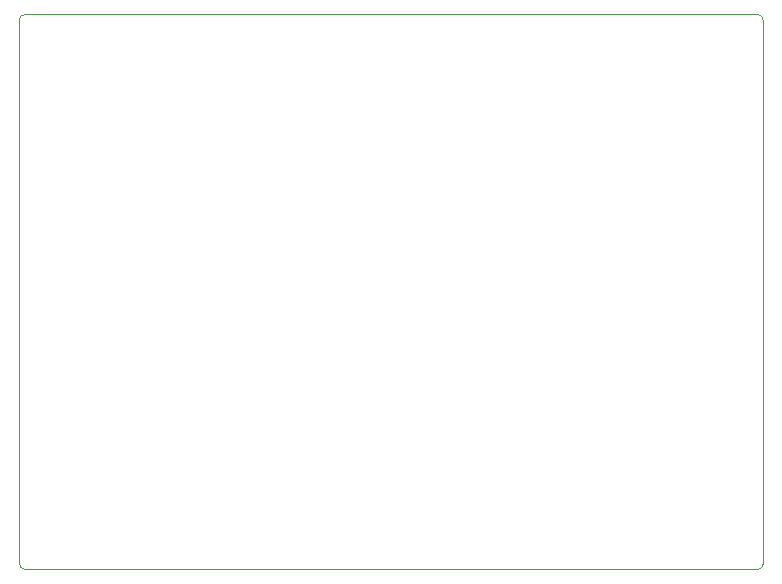
<source format=gbr>
G04 GENERATED BY PULSONIX 7.0 GERBER.DLL 4573*
%INHILLSTAR_50X30_EL_V1_0*%
%LNGERBER_BOARD*%
%FSLAX33Y33*%
%IPPOS*%
%LPD*%
%OFA0B0*%
%MOMM*%
%ADD346C,0.100*%
X0Y0D02*
D02*
D346*
X98528Y149837D02*
X160528D01*
G75*
G02X161028Y149337J-500*
G01*
Y103337*
G75*
G02X160528Y102837I-500*
G01*
X98528*
G75*
G02X98028Y103337J500*
G01*
Y149337*
G75*
G02X98528Y149837I500*
G01*
X0Y0D02*
M02*

</source>
